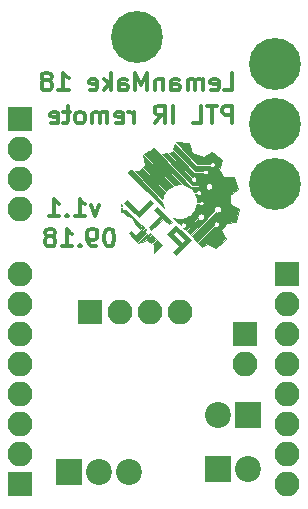
<source format=gbr>
G04 #@! TF.GenerationSoftware,KiCad,Pcbnew,5.0.0*
G04 #@! TF.CreationDate,2018-07-28T11:39:45+02:00*
G04 #@! TF.ProjectId,PTL-IR_remote,50544C2D49525F72656D6F74652E6B69,v1.1*
G04 #@! TF.SameCoordinates,Original*
G04 #@! TF.FileFunction,Soldermask,Bot*
G04 #@! TF.FilePolarity,Negative*
%FSLAX46Y46*%
G04 Gerber Fmt 4.6, Leading zero omitted, Abs format (unit mm)*
G04 Created by KiCad (PCBNEW 5.0.0) date Sat Jul 28 11:39:45 2018*
%MOMM*%
%LPD*%
G01*
G04 APERTURE LIST*
%ADD10C,0.300000*%
%ADD11C,0.000120*%
%ADD12C,4.400500*%
%ADD13R,2.200000X2.200000*%
%ADD14C,2.200000*%
%ADD15R,2.100000X2.100000*%
%ADD16O,2.100000X2.100000*%
G04 APERTURE END LIST*
D10*
X191265571Y-84752571D02*
X191979857Y-84752571D01*
X191979857Y-83252571D01*
X190194142Y-84681142D02*
X190337000Y-84752571D01*
X190622714Y-84752571D01*
X190765571Y-84681142D01*
X190837000Y-84538285D01*
X190837000Y-83966857D01*
X190765571Y-83824000D01*
X190622714Y-83752571D01*
X190337000Y-83752571D01*
X190194142Y-83824000D01*
X190122714Y-83966857D01*
X190122714Y-84109714D01*
X190837000Y-84252571D01*
X189479857Y-84752571D02*
X189479857Y-83752571D01*
X189479857Y-83895428D02*
X189408428Y-83824000D01*
X189265571Y-83752571D01*
X189051285Y-83752571D01*
X188908428Y-83824000D01*
X188837000Y-83966857D01*
X188837000Y-84752571D01*
X188837000Y-83966857D02*
X188765571Y-83824000D01*
X188622714Y-83752571D01*
X188408428Y-83752571D01*
X188265571Y-83824000D01*
X188194142Y-83966857D01*
X188194142Y-84752571D01*
X186837000Y-84752571D02*
X186837000Y-83966857D01*
X186908428Y-83824000D01*
X187051285Y-83752571D01*
X187337000Y-83752571D01*
X187479857Y-83824000D01*
X186837000Y-84681142D02*
X186979857Y-84752571D01*
X187337000Y-84752571D01*
X187479857Y-84681142D01*
X187551285Y-84538285D01*
X187551285Y-84395428D01*
X187479857Y-84252571D01*
X187337000Y-84181142D01*
X186979857Y-84181142D01*
X186837000Y-84109714D01*
X186122714Y-83752571D02*
X186122714Y-84752571D01*
X186122714Y-83895428D02*
X186051285Y-83824000D01*
X185908428Y-83752571D01*
X185694142Y-83752571D01*
X185551285Y-83824000D01*
X185479857Y-83966857D01*
X185479857Y-84752571D01*
X184765571Y-84752571D02*
X184765571Y-83252571D01*
X184265571Y-84324000D01*
X183765571Y-83252571D01*
X183765571Y-84752571D01*
X182408428Y-84752571D02*
X182408428Y-83966857D01*
X182479857Y-83824000D01*
X182622714Y-83752571D01*
X182908428Y-83752571D01*
X183051285Y-83824000D01*
X182408428Y-84681142D02*
X182551285Y-84752571D01*
X182908428Y-84752571D01*
X183051285Y-84681142D01*
X183122714Y-84538285D01*
X183122714Y-84395428D01*
X183051285Y-84252571D01*
X182908428Y-84181142D01*
X182551285Y-84181142D01*
X182408428Y-84109714D01*
X181694142Y-84752571D02*
X181694142Y-83252571D01*
X181551285Y-84181142D02*
X181122714Y-84752571D01*
X181122714Y-83752571D02*
X181694142Y-84324000D01*
X179908428Y-84681142D02*
X180051285Y-84752571D01*
X180337000Y-84752571D01*
X180479857Y-84681142D01*
X180551285Y-84538285D01*
X180551285Y-83966857D01*
X180479857Y-83824000D01*
X180337000Y-83752571D01*
X180051285Y-83752571D01*
X179908428Y-83824000D01*
X179837000Y-83966857D01*
X179837000Y-84109714D01*
X180551285Y-84252571D01*
X177265571Y-84752571D02*
X178122714Y-84752571D01*
X177694142Y-84752571D02*
X177694142Y-83252571D01*
X177837000Y-83466857D01*
X177979857Y-83609714D01*
X178122714Y-83681142D01*
X176408428Y-83895428D02*
X176551285Y-83824000D01*
X176622714Y-83752571D01*
X176694142Y-83609714D01*
X176694142Y-83538285D01*
X176622714Y-83395428D01*
X176551285Y-83324000D01*
X176408428Y-83252571D01*
X176122714Y-83252571D01*
X175979857Y-83324000D01*
X175908428Y-83395428D01*
X175837000Y-83538285D01*
X175837000Y-83609714D01*
X175908428Y-83752571D01*
X175979857Y-83824000D01*
X176122714Y-83895428D01*
X176408428Y-83895428D01*
X176551285Y-83966857D01*
X176622714Y-84038285D01*
X176694142Y-84181142D01*
X176694142Y-84466857D01*
X176622714Y-84609714D01*
X176551285Y-84681142D01*
X176408428Y-84752571D01*
X176122714Y-84752571D01*
X175979857Y-84681142D01*
X175908428Y-84609714D01*
X175837000Y-84466857D01*
X175837000Y-84181142D01*
X175908428Y-84038285D01*
X175979857Y-83966857D01*
X176122714Y-83895428D01*
X180704857Y-94420571D02*
X180347714Y-95420571D01*
X179990571Y-94420571D01*
X178633428Y-95420571D02*
X179490571Y-95420571D01*
X179062000Y-95420571D02*
X179062000Y-93920571D01*
X179204857Y-94134857D01*
X179347714Y-94277714D01*
X179490571Y-94349142D01*
X177990571Y-95277714D02*
X177919142Y-95349142D01*
X177990571Y-95420571D01*
X178062000Y-95349142D01*
X177990571Y-95277714D01*
X177990571Y-95420571D01*
X176490571Y-95420571D02*
X177347714Y-95420571D01*
X176919142Y-95420571D02*
X176919142Y-93920571D01*
X177062000Y-94134857D01*
X177204857Y-94277714D01*
X177347714Y-94349142D01*
X191979857Y-87546571D02*
X191979857Y-86046571D01*
X191408428Y-86046571D01*
X191265571Y-86118000D01*
X191194142Y-86189428D01*
X191122714Y-86332285D01*
X191122714Y-86546571D01*
X191194142Y-86689428D01*
X191265571Y-86760857D01*
X191408428Y-86832285D01*
X191979857Y-86832285D01*
X190694142Y-86046571D02*
X189837000Y-86046571D01*
X190265571Y-87546571D02*
X190265571Y-86046571D01*
X188622714Y-87546571D02*
X189337000Y-87546571D01*
X189337000Y-86046571D01*
X186979857Y-87546571D02*
X186979857Y-86046571D01*
X185408428Y-87546571D02*
X185908428Y-86832285D01*
X186265571Y-87546571D02*
X186265571Y-86046571D01*
X185694142Y-86046571D01*
X185551285Y-86118000D01*
X185479857Y-86189428D01*
X185408428Y-86332285D01*
X185408428Y-86546571D01*
X185479857Y-86689428D01*
X185551285Y-86760857D01*
X185694142Y-86832285D01*
X186265571Y-86832285D01*
X183622714Y-87546571D02*
X183622714Y-86546571D01*
X183622714Y-86832285D02*
X183551285Y-86689428D01*
X183479857Y-86618000D01*
X183337000Y-86546571D01*
X183194142Y-86546571D01*
X182122714Y-87475142D02*
X182265571Y-87546571D01*
X182551285Y-87546571D01*
X182694142Y-87475142D01*
X182765571Y-87332285D01*
X182765571Y-86760857D01*
X182694142Y-86618000D01*
X182551285Y-86546571D01*
X182265571Y-86546571D01*
X182122714Y-86618000D01*
X182051285Y-86760857D01*
X182051285Y-86903714D01*
X182765571Y-87046571D01*
X181408428Y-87546571D02*
X181408428Y-86546571D01*
X181408428Y-86689428D02*
X181337000Y-86618000D01*
X181194142Y-86546571D01*
X180979857Y-86546571D01*
X180837000Y-86618000D01*
X180765571Y-86760857D01*
X180765571Y-87546571D01*
X180765571Y-86760857D02*
X180694142Y-86618000D01*
X180551285Y-86546571D01*
X180337000Y-86546571D01*
X180194142Y-86618000D01*
X180122714Y-86760857D01*
X180122714Y-87546571D01*
X179194142Y-87546571D02*
X179337000Y-87475142D01*
X179408428Y-87403714D01*
X179479857Y-87260857D01*
X179479857Y-86832285D01*
X179408428Y-86689428D01*
X179337000Y-86618000D01*
X179194142Y-86546571D01*
X178979857Y-86546571D01*
X178837000Y-86618000D01*
X178765571Y-86689428D01*
X178694142Y-86832285D01*
X178694142Y-87260857D01*
X178765571Y-87403714D01*
X178837000Y-87475142D01*
X178979857Y-87546571D01*
X179194142Y-87546571D01*
X178265571Y-86546571D02*
X177694142Y-86546571D01*
X178051285Y-86046571D02*
X178051285Y-87332285D01*
X177979857Y-87475142D01*
X177837000Y-87546571D01*
X177694142Y-87546571D01*
X176622714Y-87475142D02*
X176765571Y-87546571D01*
X177051285Y-87546571D01*
X177194142Y-87475142D01*
X177265571Y-87332285D01*
X177265571Y-86760857D01*
X177194142Y-86618000D01*
X177051285Y-86546571D01*
X176765571Y-86546571D01*
X176622714Y-86618000D01*
X176551285Y-86760857D01*
X176551285Y-86903714D01*
X177265571Y-87046571D01*
X181641428Y-96460571D02*
X181498571Y-96460571D01*
X181355714Y-96532000D01*
X181284285Y-96603428D01*
X181212857Y-96746285D01*
X181141428Y-97032000D01*
X181141428Y-97389142D01*
X181212857Y-97674857D01*
X181284285Y-97817714D01*
X181355714Y-97889142D01*
X181498571Y-97960571D01*
X181641428Y-97960571D01*
X181784285Y-97889142D01*
X181855714Y-97817714D01*
X181927142Y-97674857D01*
X181998571Y-97389142D01*
X181998571Y-97032000D01*
X181927142Y-96746285D01*
X181855714Y-96603428D01*
X181784285Y-96532000D01*
X181641428Y-96460571D01*
X180427142Y-97960571D02*
X180141428Y-97960571D01*
X179998571Y-97889142D01*
X179927142Y-97817714D01*
X179784285Y-97603428D01*
X179712857Y-97317714D01*
X179712857Y-96746285D01*
X179784285Y-96603428D01*
X179855714Y-96532000D01*
X179998571Y-96460571D01*
X180284285Y-96460571D01*
X180427142Y-96532000D01*
X180498571Y-96603428D01*
X180570000Y-96746285D01*
X180570000Y-97103428D01*
X180498571Y-97246285D01*
X180427142Y-97317714D01*
X180284285Y-97389142D01*
X179998571Y-97389142D01*
X179855714Y-97317714D01*
X179784285Y-97246285D01*
X179712857Y-97103428D01*
X179070000Y-97817714D02*
X178998571Y-97889142D01*
X179070000Y-97960571D01*
X179141428Y-97889142D01*
X179070000Y-97817714D01*
X179070000Y-97960571D01*
X177570000Y-97960571D02*
X178427142Y-97960571D01*
X177998571Y-97960571D02*
X177998571Y-96460571D01*
X178141428Y-96674857D01*
X178284285Y-96817714D01*
X178427142Y-96889142D01*
X176712857Y-97103428D02*
X176855714Y-97032000D01*
X176927142Y-96960571D01*
X176998571Y-96817714D01*
X176998571Y-96746285D01*
X176927142Y-96603428D01*
X176855714Y-96532000D01*
X176712857Y-96460571D01*
X176427142Y-96460571D01*
X176284285Y-96532000D01*
X176212857Y-96603428D01*
X176141428Y-96746285D01*
X176141428Y-96817714D01*
X176212857Y-96960571D01*
X176284285Y-97032000D01*
X176427142Y-97103428D01*
X176712857Y-97103428D01*
X176855714Y-97174857D01*
X176927142Y-97246285D01*
X176998571Y-97389142D01*
X176998571Y-97674857D01*
X176927142Y-97817714D01*
X176855714Y-97889142D01*
X176712857Y-97960571D01*
X176427142Y-97960571D01*
X176284285Y-97889142D01*
X176212857Y-97817714D01*
X176141428Y-97674857D01*
X176141428Y-97389142D01*
X176212857Y-97246285D01*
X176284285Y-97174857D01*
X176427142Y-97103428D01*
D11*
G04 #@! TO.C,*
G36*
X185316865Y-93849897D02*
X183179076Y-91712108D01*
X183283422Y-91496959D01*
X183502483Y-91522068D01*
X186061308Y-94153087D01*
X186061308Y-94157717D01*
X186060982Y-94159804D01*
X186060982Y-94161956D01*
X186067699Y-94301389D01*
X186087134Y-94436843D01*
X186118633Y-94568123D01*
X186161480Y-94694447D01*
X185316865Y-93849897D01*
G37*
X185316865Y-93849897D02*
X183179076Y-91712108D01*
X183283422Y-91496959D01*
X183502483Y-91522068D01*
X186061308Y-94153087D01*
X186061308Y-94157717D01*
X186060982Y-94159804D01*
X186060982Y-94161956D01*
X186067699Y-94301389D01*
X186087134Y-94436843D01*
X186118633Y-94568123D01*
X186161480Y-94694447D01*
X185316865Y-93849897D01*
G36*
X184615985Y-96718629D02*
X184617420Y-96748042D01*
X184622703Y-96776672D01*
X184631181Y-96804258D01*
X184642529Y-96830801D01*
X183887455Y-97609549D01*
X183277096Y-96833997D01*
X183379746Y-96672326D01*
X183761522Y-97065384D01*
X184251883Y-96559828D01*
X184288665Y-96582066D01*
X184328317Y-96598371D01*
X184369729Y-96608283D01*
X184412185Y-96611805D01*
X184488944Y-96600849D01*
X184557617Y-96569349D01*
X184614942Y-96521220D01*
X184658441Y-96458938D01*
X184673311Y-96474199D01*
X184703701Y-96504590D01*
X184718571Y-96519785D01*
X184676506Y-96557284D01*
X184643898Y-96604370D01*
X184623029Y-96658891D01*
X184615985Y-96718629D01*
G37*
X184615985Y-96718629D02*
X184617420Y-96748042D01*
X184622703Y-96776672D01*
X184631181Y-96804258D01*
X184642529Y-96830801D01*
X183887455Y-97609549D01*
X183277096Y-96833997D01*
X183379746Y-96672326D01*
X183761522Y-97065384D01*
X184251883Y-96559828D01*
X184288665Y-96582066D01*
X184328317Y-96598371D01*
X184369729Y-96608283D01*
X184412185Y-96611805D01*
X184488944Y-96600849D01*
X184557617Y-96569349D01*
X184614942Y-96521220D01*
X184658441Y-96458938D01*
X184673311Y-96474199D01*
X184703701Y-96504590D01*
X184718571Y-96519785D01*
X184676506Y-96557284D01*
X184643898Y-96604370D01*
X184623029Y-96658891D01*
X184615985Y-96718629D01*
G36*
X182658976Y-94459538D02*
X182611890Y-94556450D01*
X182556000Y-94556450D01*
X182532000Y-94332823D01*
X182658976Y-94459538D01*
G37*
X182658976Y-94459538D02*
X182611890Y-94556450D01*
X182556000Y-94556450D01*
X182532000Y-94332823D01*
X182658976Y-94459538D01*
G36*
X184561856Y-97487855D02*
X184018018Y-97680700D01*
X184743353Y-96933060D01*
X184768852Y-96945125D01*
X184795395Y-96953603D01*
X184822982Y-96958560D01*
X184850894Y-96960321D01*
X184910698Y-96952560D01*
X184964827Y-96929865D01*
X185011196Y-96894518D01*
X185048369Y-96848866D01*
X185066760Y-96867648D01*
X185122977Y-96923865D01*
X184561856Y-97487855D01*
G37*
X184561856Y-97487855D02*
X184018018Y-97680700D01*
X184743353Y-96933060D01*
X184768852Y-96945125D01*
X184795395Y-96953603D01*
X184822982Y-96958560D01*
X184850894Y-96960321D01*
X184910698Y-96952560D01*
X184964827Y-96929865D01*
X185011196Y-96894518D01*
X185048369Y-96848866D01*
X185066760Y-96867648D01*
X185122977Y-96923865D01*
X184561856Y-97487855D01*
G36*
X184412185Y-96467416D02*
X184358381Y-96456134D01*
X184314491Y-96425352D01*
X184284817Y-96380027D01*
X184273861Y-96324136D01*
X184282339Y-96274963D01*
X184304969Y-96233225D01*
X184339664Y-96201725D01*
X184382837Y-96183660D01*
X184546987Y-96347875D01*
X184531074Y-96394896D01*
X184501009Y-96433113D01*
X184460314Y-96458221D01*
X184412185Y-96467416D01*
G37*
X184412185Y-96467416D02*
X184358381Y-96456134D01*
X184314491Y-96425352D01*
X184284817Y-96380027D01*
X184273861Y-96324136D01*
X184282339Y-96274963D01*
X184304969Y-96233225D01*
X184339664Y-96201725D01*
X184382837Y-96183660D01*
X184546987Y-96347875D01*
X184531074Y-96394896D01*
X184501009Y-96433113D01*
X184460314Y-96458221D01*
X184412185Y-96467416D01*
G36*
X182872298Y-94906400D02*
X182906993Y-94904248D01*
X182941362Y-94897204D01*
X182974231Y-94885531D01*
X183006122Y-94869227D01*
X184217905Y-96117531D01*
X184180797Y-96161748D01*
X184153537Y-96211964D01*
X184136907Y-96266485D01*
X184130907Y-96324136D01*
X184132994Y-96356027D01*
X184138342Y-96387461D01*
X184147146Y-96418243D01*
X184159863Y-96448373D01*
X184152102Y-96456134D01*
X184144668Y-96463895D01*
X184137233Y-96471329D01*
X184129798Y-96479090D01*
X183708045Y-96044293D01*
X183467853Y-95447369D01*
X183035078Y-95351110D01*
X182701497Y-95007224D01*
X182604847Y-95007224D01*
X182571978Y-94700838D01*
X182611890Y-94700838D01*
X182648737Y-94784315D01*
X182707432Y-94849075D01*
X182783930Y-94891531D01*
X182872298Y-94906400D01*
G37*
X182872298Y-94906400D02*
X182906993Y-94904248D01*
X182941362Y-94897204D01*
X182974231Y-94885531D01*
X183006122Y-94869227D01*
X184217905Y-96117531D01*
X184180797Y-96161748D01*
X184153537Y-96211964D01*
X184136907Y-96266485D01*
X184130907Y-96324136D01*
X184132994Y-96356027D01*
X184138342Y-96387461D01*
X184147146Y-96418243D01*
X184159863Y-96448373D01*
X184152102Y-96456134D01*
X184144668Y-96463895D01*
X184137233Y-96471329D01*
X184129798Y-96479090D01*
X183708045Y-96044293D01*
X183467853Y-95447369D01*
X183035078Y-95351110D01*
X182701497Y-95007224D01*
X182604847Y-95007224D01*
X182571978Y-94700838D01*
X182611890Y-94700838D01*
X182648737Y-94784315D01*
X182707432Y-94849075D01*
X182783930Y-94891531D01*
X182872298Y-94906400D01*
G36*
X187523000Y-92699938D02*
X187405872Y-92704895D01*
X187291222Y-92718721D01*
X187179376Y-92741351D01*
X187070791Y-92772133D01*
X184533552Y-90157026D01*
X184921654Y-89913965D01*
X187630150Y-92705612D01*
X187603281Y-92703525D01*
X187576738Y-92701699D01*
X187549869Y-92700656D01*
X187523000Y-92699938D01*
G37*
X187523000Y-92699938D02*
X187405872Y-92704895D01*
X187291222Y-92718721D01*
X187179376Y-92741351D01*
X187070791Y-92772133D01*
X184533552Y-90157026D01*
X184921654Y-89913965D01*
X187630150Y-92705612D01*
X187603281Y-92703525D01*
X187576738Y-92701699D01*
X187549869Y-92700656D01*
X187523000Y-92699938D01*
G36*
X186926076Y-92828414D02*
X186778557Y-92904848D01*
X186641602Y-92996803D01*
X186516322Y-93102975D01*
X186403498Y-93222581D01*
X184460314Y-91219203D01*
X184614942Y-91064967D01*
X184419945Y-90245133D01*
X186926076Y-92828414D01*
G37*
X186926076Y-92828414D02*
X186778557Y-92904848D01*
X186641602Y-92996803D01*
X186516322Y-93102975D01*
X186403498Y-93222581D01*
X184460314Y-91219203D01*
X184614942Y-91064967D01*
X184419945Y-90245133D01*
X186926076Y-92828414D01*
G36*
X186076177Y-93963112D02*
X183727153Y-91547567D01*
X184138994Y-91594653D01*
X184362294Y-91323941D01*
X186316108Y-93337884D01*
X186230088Y-93480512D01*
X186161089Y-93632987D01*
X186109438Y-93794332D01*
X186076177Y-93963112D01*
G37*
X186076177Y-93963112D02*
X183727153Y-91547567D01*
X184138994Y-91594653D01*
X184362294Y-91323941D01*
X186316108Y-93337884D01*
X186230088Y-93480512D01*
X186161089Y-93632987D01*
X186109438Y-93794332D01*
X186076177Y-93963112D01*
G36*
X190536448Y-96272876D02*
X190639424Y-96297593D01*
X190727531Y-96279920D01*
X190799334Y-96231464D01*
X190847855Y-96159596D01*
X190865855Y-96071488D01*
X190847855Y-95983773D01*
X190799334Y-95911969D01*
X190727531Y-95863122D01*
X190639424Y-95845449D01*
X190551317Y-95863122D01*
X190479514Y-95911969D01*
X190430993Y-95983773D01*
X190413319Y-96071488D01*
X190418993Y-96122096D01*
X190436341Y-96170226D01*
X189015735Y-97548702D01*
X188548721Y-97081688D01*
X190568991Y-95065984D01*
X190603686Y-95082614D01*
X190640468Y-95095005D01*
X190678684Y-95102049D01*
X190717619Y-95104527D01*
X190835790Y-95080788D01*
X190932376Y-95015376D01*
X190997853Y-94918791D01*
X191021918Y-94800619D01*
X190997853Y-94682056D01*
X190932376Y-94585471D01*
X190835790Y-94519994D01*
X190717619Y-94496320D01*
X190599055Y-94519994D01*
X190502470Y-94585471D01*
X190437058Y-94682056D01*
X190413319Y-94800619D01*
X190416515Y-94844836D01*
X190426428Y-94887618D01*
X190442341Y-94928704D01*
X190464645Y-94967573D01*
X188447832Y-96980864D01*
X188158793Y-96691760D01*
X189154776Y-95705690D01*
X189192667Y-95728647D01*
X189232253Y-95745668D01*
X189273665Y-95756298D01*
X189316512Y-95760863D01*
X189322838Y-95760863D01*
X189437163Y-95737125D01*
X189531270Y-95672756D01*
X189596029Y-95577214D01*
X189621138Y-95460086D01*
X189616507Y-95400348D01*
X189600986Y-95343349D01*
X189574769Y-95290263D01*
X189538704Y-95242851D01*
X189493770Y-95203590D01*
X189443162Y-95174243D01*
X189387924Y-95155461D01*
X189329230Y-95148026D01*
X189322512Y-95148026D01*
X189208580Y-95171765D01*
X189114472Y-95236133D01*
X189050039Y-95331349D01*
X189024604Y-95448086D01*
X189025974Y-95487738D01*
X189032691Y-95525954D01*
X189043713Y-95563062D01*
X189059626Y-95598475D01*
X188057578Y-96590545D01*
X187844255Y-96377222D01*
X187924537Y-96354918D01*
X187989688Y-96306463D01*
X188033513Y-96238181D01*
X188050534Y-96156074D01*
X188034948Y-96067249D01*
X187988970Y-95994011D01*
X187919580Y-95943469D01*
X187833625Y-95923643D01*
X187747670Y-95940599D01*
X187676911Y-95986968D01*
X187628064Y-96055967D01*
X187607520Y-96140878D01*
X186989075Y-95522368D01*
X187115725Y-95565541D01*
X187247331Y-95597431D01*
X187383177Y-95617192D01*
X187523000Y-95623909D01*
X187659889Y-95617583D01*
X187793256Y-95598801D01*
X187922776Y-95568410D01*
X188047339Y-95526998D01*
X188166554Y-95474629D01*
X188280161Y-95412348D01*
X188386985Y-95340871D01*
X188487157Y-95260198D01*
X188579504Y-95171048D01*
X188664024Y-95074071D01*
X188739740Y-94970051D01*
X188806652Y-94859314D01*
X188863259Y-94742577D01*
X188909954Y-94620492D01*
X188945302Y-94493125D01*
X188969758Y-94361518D01*
X189203232Y-94373192D01*
X189229775Y-94423408D01*
X189268383Y-94462016D01*
X189316512Y-94486733D01*
X189371294Y-94495277D01*
X189442119Y-94480733D01*
X189499770Y-94440756D01*
X189539030Y-94381344D01*
X189553182Y-94308758D01*
X189539030Y-94235912D01*
X189499770Y-94176108D01*
X189442119Y-94136131D01*
X189371294Y-94121261D01*
X189320034Y-94129022D01*
X189274383Y-94150609D01*
X189236166Y-94184586D01*
X189207862Y-94229912D01*
X188982149Y-94218238D01*
X188984953Y-94162282D01*
X188982149Y-94071045D01*
X188973605Y-93981177D01*
X188959845Y-93893070D01*
X188941062Y-93807050D01*
X188916998Y-93722855D01*
X188888368Y-93640748D01*
X188854781Y-93560793D01*
X188816891Y-93483316D01*
X188932584Y-93488599D01*
X188963366Y-93545924D01*
X189008692Y-93589814D01*
X189064582Y-93618118D01*
X189127907Y-93628357D01*
X189209297Y-93611401D01*
X189275817Y-93565749D01*
X189320751Y-93497859D01*
X189336990Y-93414709D01*
X189320751Y-93331166D01*
X189275817Y-93262885D01*
X189209297Y-93216908D01*
X189127907Y-93200277D01*
X189063473Y-93210516D01*
X189006866Y-93240255D01*
X188961279Y-93285515D01*
X188930432Y-93343949D01*
X188727740Y-93334688D01*
X188558243Y-93130887D01*
X188460223Y-93041411D01*
X188354768Y-92961064D01*
X188241553Y-92890305D01*
X188122338Y-92829784D01*
X187996731Y-92780285D01*
X187865842Y-92742394D01*
X185046217Y-89835771D01*
X185351560Y-89644687D01*
X185417754Y-89697447D01*
X188519309Y-92894544D01*
X189726201Y-92953630D01*
X189762983Y-93035737D01*
X189822069Y-93100105D01*
X189898176Y-93142235D01*
X189985175Y-93157430D01*
X190089586Y-93135844D01*
X190175215Y-93076432D01*
X190232866Y-92988651D01*
X190254127Y-92881109D01*
X190232866Y-92773894D01*
X190175215Y-92686178D01*
X190089586Y-92627092D01*
X189985175Y-92605505D01*
X189897133Y-92620374D01*
X189821025Y-92662113D01*
X189762657Y-92726481D01*
X189726201Y-92809306D01*
X188582308Y-92753024D01*
X186070504Y-90164135D01*
X186447715Y-90044528D01*
X188509396Y-92169600D01*
X188499157Y-92194708D01*
X188491722Y-92220208D01*
X188487157Y-92246359D01*
X188485723Y-92272511D01*
X188504114Y-92365966D01*
X188554330Y-92442725D01*
X188629003Y-92494051D01*
X188719914Y-92513159D01*
X188811217Y-92494051D01*
X188885498Y-92442725D01*
X188936106Y-92365966D01*
X188954497Y-92272511D01*
X188936106Y-92179121D01*
X188885498Y-92102688D01*
X188811217Y-92051428D01*
X188719914Y-92032320D01*
X188690567Y-92034406D01*
X188661937Y-92040080D01*
X188633633Y-92049993D01*
X188606699Y-92063428D01*
X186610429Y-90005985D01*
X186904815Y-89949377D01*
X186948380Y-89838640D01*
X188768044Y-91714586D01*
X188780826Y-91715303D01*
X189517835Y-91739368D01*
X189549269Y-91793824D01*
X189593877Y-91835953D01*
X189648398Y-91862822D01*
X189709571Y-91872409D01*
X189790243Y-91855779D01*
X189856047Y-91810128D01*
X189900654Y-91742498D01*
X189916893Y-91659739D01*
X189900654Y-91576914D01*
X189856047Y-91509024D01*
X189790243Y-91463373D01*
X189709571Y-91446743D01*
X189644094Y-91457308D01*
X189587160Y-91487764D01*
X189541509Y-91534850D01*
X189512161Y-91594979D01*
X188829999Y-91572675D01*
X187005314Y-89692165D01*
X187160659Y-89294737D01*
X188918758Y-91106705D01*
X188931541Y-91106705D01*
X190105173Y-91125487D01*
X190137716Y-91174661D01*
X190181215Y-91212160D01*
X190233257Y-91236225D01*
X190290909Y-91244703D01*
X190371581Y-91227747D01*
X190437710Y-91182095D01*
X190481992Y-91114466D01*
X190498622Y-91031706D01*
X190481992Y-90948882D01*
X190437710Y-90881318D01*
X190371581Y-90835666D01*
X190290909Y-90819036D01*
X190229018Y-90828623D01*
X190174171Y-90855818D01*
X190129564Y-90898339D01*
X190098455Y-90953512D01*
X188990953Y-90936491D01*
X187261483Y-89154000D01*
X188318704Y-89202847D01*
X188566395Y-90026854D01*
X188826086Y-90099375D01*
X189078734Y-90187808D01*
X189323947Y-90291176D01*
X189561008Y-90409348D01*
X190288104Y-89957138D01*
X191140089Y-90658409D01*
X190844986Y-91466895D01*
X190954680Y-91606653D01*
X191058700Y-91751694D01*
X191156328Y-91900713D01*
X191248348Y-92054232D01*
X192106007Y-92057036D01*
X192455567Y-93103692D01*
X191775883Y-93632270D01*
X191790752Y-93765311D01*
X191801708Y-93899396D01*
X191808426Y-94034589D01*
X191810904Y-94170826D01*
X191810578Y-94213934D01*
X191809534Y-94257107D01*
X191808100Y-94300280D01*
X191806339Y-94343779D01*
X192532000Y-94800945D01*
X192272635Y-95873753D01*
X191417128Y-95961142D01*
X191338608Y-96122096D01*
X191253631Y-96279202D01*
X191162393Y-96432069D01*
X191065091Y-96581023D01*
X191436563Y-97353444D01*
X190647576Y-98125083D01*
X189875546Y-97744742D01*
X189453793Y-97986759D01*
X189116951Y-97650244D01*
X190536448Y-96272876D01*
G37*
X190536448Y-96272876D02*
X190639424Y-96297593D01*
X190727531Y-96279920D01*
X190799334Y-96231464D01*
X190847855Y-96159596D01*
X190865855Y-96071488D01*
X190847855Y-95983773D01*
X190799334Y-95911969D01*
X190727531Y-95863122D01*
X190639424Y-95845449D01*
X190551317Y-95863122D01*
X190479514Y-95911969D01*
X190430993Y-95983773D01*
X190413319Y-96071488D01*
X190418993Y-96122096D01*
X190436341Y-96170226D01*
X189015735Y-97548702D01*
X188548721Y-97081688D01*
X190568991Y-95065984D01*
X190603686Y-95082614D01*
X190640468Y-95095005D01*
X190678684Y-95102049D01*
X190717619Y-95104527D01*
X190835790Y-95080788D01*
X190932376Y-95015376D01*
X190997853Y-94918791D01*
X191021918Y-94800619D01*
X190997853Y-94682056D01*
X190932376Y-94585471D01*
X190835790Y-94519994D01*
X190717619Y-94496320D01*
X190599055Y-94519994D01*
X190502470Y-94585471D01*
X190437058Y-94682056D01*
X190413319Y-94800619D01*
X190416515Y-94844836D01*
X190426428Y-94887618D01*
X190442341Y-94928704D01*
X190464645Y-94967573D01*
X188447832Y-96980864D01*
X188158793Y-96691760D01*
X189154776Y-95705690D01*
X189192667Y-95728647D01*
X189232253Y-95745668D01*
X189273665Y-95756298D01*
X189316512Y-95760863D01*
X189322838Y-95760863D01*
X189437163Y-95737125D01*
X189531270Y-95672756D01*
X189596029Y-95577214D01*
X189621138Y-95460086D01*
X189616507Y-95400348D01*
X189600986Y-95343349D01*
X189574769Y-95290263D01*
X189538704Y-95242851D01*
X189493770Y-95203590D01*
X189443162Y-95174243D01*
X189387924Y-95155461D01*
X189329230Y-95148026D01*
X189322512Y-95148026D01*
X189208580Y-95171765D01*
X189114472Y-95236133D01*
X189050039Y-95331349D01*
X189024604Y-95448086D01*
X189025974Y-95487738D01*
X189032691Y-95525954D01*
X189043713Y-95563062D01*
X189059626Y-95598475D01*
X188057578Y-96590545D01*
X187844255Y-96377222D01*
X187924537Y-96354918D01*
X187989688Y-96306463D01*
X188033513Y-96238181D01*
X188050534Y-96156074D01*
X188034948Y-96067249D01*
X187988970Y-95994011D01*
X187919580Y-95943469D01*
X187833625Y-95923643D01*
X187747670Y-95940599D01*
X187676911Y-95986968D01*
X187628064Y-96055967D01*
X187607520Y-96140878D01*
X186989075Y-95522368D01*
X187115725Y-95565541D01*
X187247331Y-95597431D01*
X187383177Y-95617192D01*
X187523000Y-95623909D01*
X187659889Y-95617583D01*
X187793256Y-95598801D01*
X187922776Y-95568410D01*
X188047339Y-95526998D01*
X188166554Y-95474629D01*
X188280161Y-95412348D01*
X188386985Y-95340871D01*
X188487157Y-95260198D01*
X188579504Y-95171048D01*
X188664024Y-95074071D01*
X188739740Y-94970051D01*
X188806652Y-94859314D01*
X188863259Y-94742577D01*
X188909954Y-94620492D01*
X188945302Y-94493125D01*
X188969758Y-94361518D01*
X189203232Y-94373192D01*
X189229775Y-94423408D01*
X189268383Y-94462016D01*
X189316512Y-94486733D01*
X189371294Y-94495277D01*
X189442119Y-94480733D01*
X189499770Y-94440756D01*
X189539030Y-94381344D01*
X189553182Y-94308758D01*
X189539030Y-94235912D01*
X189499770Y-94176108D01*
X189442119Y-94136131D01*
X189371294Y-94121261D01*
X189320034Y-94129022D01*
X189274383Y-94150609D01*
X189236166Y-94184586D01*
X189207862Y-94229912D01*
X188982149Y-94218238D01*
X188984953Y-94162282D01*
X188982149Y-94071045D01*
X188973605Y-93981177D01*
X188959845Y-93893070D01*
X188941062Y-93807050D01*
X188916998Y-93722855D01*
X188888368Y-93640748D01*
X188854781Y-93560793D01*
X188816891Y-93483316D01*
X188932584Y-93488599D01*
X188963366Y-93545924D01*
X189008692Y-93589814D01*
X189064582Y-93618118D01*
X189127907Y-93628357D01*
X189209297Y-93611401D01*
X189275817Y-93565749D01*
X189320751Y-93497859D01*
X189336990Y-93414709D01*
X189320751Y-93331166D01*
X189275817Y-93262885D01*
X189209297Y-93216908D01*
X189127907Y-93200277D01*
X189063473Y-93210516D01*
X189006866Y-93240255D01*
X188961279Y-93285515D01*
X188930432Y-93343949D01*
X188727740Y-93334688D01*
X188558243Y-93130887D01*
X188460223Y-93041411D01*
X188354768Y-92961064D01*
X188241553Y-92890305D01*
X188122338Y-92829784D01*
X187996731Y-92780285D01*
X187865842Y-92742394D01*
X185046217Y-89835771D01*
X185351560Y-89644687D01*
X185417754Y-89697447D01*
X188519309Y-92894544D01*
X189726201Y-92953630D01*
X189762983Y-93035737D01*
X189822069Y-93100105D01*
X189898176Y-93142235D01*
X189985175Y-93157430D01*
X190089586Y-93135844D01*
X190175215Y-93076432D01*
X190232866Y-92988651D01*
X190254127Y-92881109D01*
X190232866Y-92773894D01*
X190175215Y-92686178D01*
X190089586Y-92627092D01*
X189985175Y-92605505D01*
X189897133Y-92620374D01*
X189821025Y-92662113D01*
X189762657Y-92726481D01*
X189726201Y-92809306D01*
X188582308Y-92753024D01*
X186070504Y-90164135D01*
X186447715Y-90044528D01*
X188509396Y-92169600D01*
X188499157Y-92194708D01*
X188491722Y-92220208D01*
X188487157Y-92246359D01*
X188485723Y-92272511D01*
X188504114Y-92365966D01*
X188554330Y-92442725D01*
X188629003Y-92494051D01*
X188719914Y-92513159D01*
X188811217Y-92494051D01*
X188885498Y-92442725D01*
X188936106Y-92365966D01*
X188954497Y-92272511D01*
X188936106Y-92179121D01*
X188885498Y-92102688D01*
X188811217Y-92051428D01*
X188719914Y-92032320D01*
X188690567Y-92034406D01*
X188661937Y-92040080D01*
X188633633Y-92049993D01*
X188606699Y-92063428D01*
X186610429Y-90005985D01*
X186904815Y-89949377D01*
X186948380Y-89838640D01*
X188768044Y-91714586D01*
X188780826Y-91715303D01*
X189517835Y-91739368D01*
X189549269Y-91793824D01*
X189593877Y-91835953D01*
X189648398Y-91862822D01*
X189709571Y-91872409D01*
X189790243Y-91855779D01*
X189856047Y-91810128D01*
X189900654Y-91742498D01*
X189916893Y-91659739D01*
X189900654Y-91576914D01*
X189856047Y-91509024D01*
X189790243Y-91463373D01*
X189709571Y-91446743D01*
X189644094Y-91457308D01*
X189587160Y-91487764D01*
X189541509Y-91534850D01*
X189512161Y-91594979D01*
X188829999Y-91572675D01*
X187005314Y-89692165D01*
X187160659Y-89294737D01*
X188918758Y-91106705D01*
X188931541Y-91106705D01*
X190105173Y-91125487D01*
X190137716Y-91174661D01*
X190181215Y-91212160D01*
X190233257Y-91236225D01*
X190290909Y-91244703D01*
X190371581Y-91227747D01*
X190437710Y-91182095D01*
X190481992Y-91114466D01*
X190498622Y-91031706D01*
X190481992Y-90948882D01*
X190437710Y-90881318D01*
X190371581Y-90835666D01*
X190290909Y-90819036D01*
X190229018Y-90828623D01*
X190174171Y-90855818D01*
X190129564Y-90898339D01*
X190098455Y-90953512D01*
X188990953Y-90936491D01*
X187261483Y-89154000D01*
X188318704Y-89202847D01*
X188566395Y-90026854D01*
X188826086Y-90099375D01*
X189078734Y-90187808D01*
X189323947Y-90291176D01*
X189561008Y-90409348D01*
X190288104Y-89957138D01*
X191140089Y-90658409D01*
X190844986Y-91466895D01*
X190954680Y-91606653D01*
X191058700Y-91751694D01*
X191156328Y-91900713D01*
X191248348Y-92054232D01*
X192106007Y-92057036D01*
X192455567Y-93103692D01*
X191775883Y-93632270D01*
X191790752Y-93765311D01*
X191801708Y-93899396D01*
X191808426Y-94034589D01*
X191810904Y-94170826D01*
X191810578Y-94213934D01*
X191809534Y-94257107D01*
X191808100Y-94300280D01*
X191806339Y-94343779D01*
X192532000Y-94800945D01*
X192272635Y-95873753D01*
X191417128Y-95961142D01*
X191338608Y-96122096D01*
X191253631Y-96279202D01*
X191162393Y-96432069D01*
X191065091Y-96581023D01*
X191436563Y-97353444D01*
X190647576Y-98125083D01*
X189875546Y-97744742D01*
X189453793Y-97986759D01*
X189116951Y-97650244D01*
X190536448Y-96272876D01*
G36*
X185142085Y-97699808D02*
X184806678Y-97445399D01*
X185224584Y-97025407D01*
X185517861Y-97318749D01*
X185142085Y-97699808D01*
G37*
X185142085Y-97699808D02*
X184806678Y-97445399D01*
X185224584Y-97025407D01*
X185517861Y-97318749D01*
X185142085Y-97699808D01*
G36*
X185342038Y-98486707D02*
X185345886Y-97831414D01*
X185264170Y-97779763D01*
X185619403Y-97419965D01*
X186021005Y-97821893D01*
X185342038Y-98486707D01*
G37*
X185342038Y-98486707D02*
X185345886Y-97831414D01*
X185264170Y-97779763D01*
X185619403Y-97419965D01*
X186021005Y-97821893D01*
X185342038Y-98486707D01*
G36*
X188475810Y-97439399D02*
X187232136Y-96195334D01*
X186485540Y-96941930D01*
X187480870Y-97936869D01*
X187729605Y-97688134D01*
X186983401Y-96941930D01*
X187232136Y-96692804D01*
X187978340Y-97439399D01*
X187729605Y-97688134D01*
X187480870Y-97936869D01*
X186983401Y-98434339D01*
X187232136Y-98683399D01*
X188475810Y-97439399D01*
G37*
X188475810Y-97439399D02*
X187232136Y-96195334D01*
X186485540Y-96941930D01*
X187480870Y-97936869D01*
X187729605Y-97688134D01*
X186983401Y-96941930D01*
X187232136Y-96692804D01*
X187978340Y-97439399D01*
X187729605Y-97688134D01*
X187480870Y-97936869D01*
X186983401Y-98434339D01*
X187232136Y-98683399D01*
X188475810Y-97439399D01*
G36*
X186137024Y-95598084D02*
X186634885Y-96095553D01*
X186883620Y-95846818D01*
X185639555Y-94602818D01*
X185390820Y-94851879D01*
X185888289Y-95349349D01*
X184893350Y-96344353D01*
X185142085Y-96593414D01*
X186137024Y-95598084D01*
G37*
X186137024Y-95598084D02*
X186634885Y-96095553D01*
X186883620Y-95846818D01*
X185639555Y-94602818D01*
X185390820Y-94851879D01*
X185888289Y-95349349D01*
X184893350Y-96344353D01*
X185142085Y-96593414D01*
X186137024Y-95598084D01*
G36*
X185291430Y-94254629D02*
X185042304Y-94005894D01*
X184047365Y-95000833D01*
X183052100Y-94005894D01*
X182803365Y-94254629D01*
X184047365Y-95498694D01*
X185291430Y-94254629D01*
G37*
X185291430Y-94254629D02*
X185042304Y-94005894D01*
X184047365Y-95000833D01*
X183052100Y-94005894D01*
X182803365Y-94254629D01*
X184047365Y-95498694D01*
X185291430Y-94254629D01*
G04 #@! TD*
D12*
G04 #@! TO.C,3V3*
X195580000Y-82550000D03*
G04 #@! TD*
G04 #@! TO.C,D6*
X195580000Y-87630000D03*
G04 #@! TD*
G04 #@! TO.C,Gnd*
X195580000Y-92710000D03*
G04 #@! TD*
D13*
G04 #@! TO.C,D1*
X190754000Y-116840000D03*
D14*
X193294000Y-116840000D03*
G04 #@! TD*
D15*
G04 #@! TO.C,PR1*
X193040000Y-105410000D03*
D16*
X193040000Y-107950000D03*
G04 #@! TD*
D13*
G04 #@! TO.C,U1*
X178181000Y-117094000D03*
D14*
X180721000Y-117094000D03*
X183261000Y-117094000D03*
G04 #@! TD*
D13*
G04 #@! TO.C,D2*
X193294000Y-112268000D03*
D14*
X190754000Y-112268000D03*
G04 #@! TD*
D15*
G04 #@! TO.C,bme280*
X173990000Y-87185500D03*
D16*
X173990000Y-89725500D03*
X173990000Y-92265500D03*
X173990000Y-94805500D03*
G04 #@! TD*
D15*
G04 #@! TO.C,DHT22*
X179959000Y-103505000D03*
D16*
X182499000Y-103505000D03*
X185039000Y-103505000D03*
X187579000Y-103505000D03*
G04 #@! TD*
D15*
G04 #@! TO.C,J1*
X196659500Y-100266500D03*
D16*
X196659500Y-102806500D03*
X196659500Y-105346500D03*
X196659500Y-107886500D03*
X196659500Y-110426500D03*
X196659500Y-112966500D03*
X196659500Y-115506500D03*
X196659500Y-118046500D03*
G04 #@! TD*
D15*
G04 #@! TO.C,J2*
X173990000Y-118110000D03*
D16*
X173990000Y-115570000D03*
X173990000Y-113030000D03*
X173990000Y-110490000D03*
X173990000Y-107950000D03*
X173990000Y-105410000D03*
X173990000Y-102870000D03*
X173990000Y-100330000D03*
G04 #@! TD*
D12*
G04 #@! TO.C,screw*
X183896000Y-80264000D03*
G04 #@! TD*
M02*

</source>
